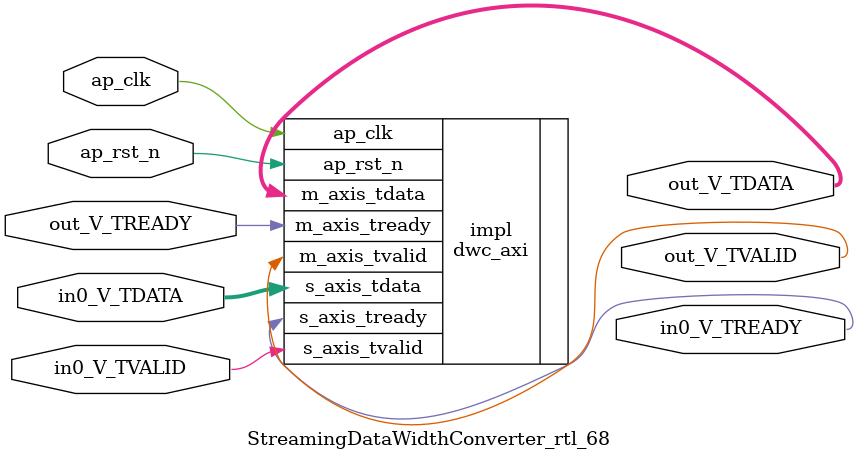
<source format=v>
/******************************************************************************
 * Copyright (C) 2023, Advanced Micro Devices, Inc.
 * All rights reserved.
 *
 * Redistribution and use in source and binary forms, with or without
 * modification, are permitted provided that the following conditions are met:
 *
 *  1. Redistributions of source code must retain the above copyright notice,
 *     this list of conditions and the following disclaimer.
 *
 *  2. Redistributions in binary form must reproduce the above copyright
 *     notice, this list of conditions and the following disclaimer in the
 *     documentation and/or other materials provided with the distribution.
 *
 *  3. Neither the name of the copyright holder nor the names of its
 *     contributors may be used to endorse or promote products derived from
 *     this software without specific prior written permission.
 *
 * THIS SOFTWARE IS PROVIDED BY THE COPYRIGHT HOLDERS AND CONTRIBUTORS "AS IS"
 * AND ANY EXPRESS OR IMPLIED WARRANTIES, INCLUDING, BUT NOT LIMITED TO,
 * THE IMPLIED WARRANTIES OF MERCHANTABILITY AND FITNESS FOR A PARTICULAR
 * PURPOSE ARE DISCLAIMED. IN NO EVENT SHALL THE COPYRIGHT HOLDER OR
 * CONTRIBUTORS BE LIABLE FOR ANY DIRECT, INDIRECT, INCIDENTAL, SPECIAL,
 * EXEMPLARY, OR CONSEQUENTIAL DAMAGES (INCLUDING, BUT NOT LIMITED TO,
 * PROCUREMENT OF SUBSTITUTE GOODS OR SERVICES; LOSS OF USE, DATA, OR PROFITS;
 * OR BUSINESS INTERRUPTION). HOWEVER CAUSED AND ON ANY THEORY OF LIABILITY,
 * WHETHER IN CONTRACT, STRICT LIABILITY, OR TORT (INCLUDING NEGLIGENCE OR
 * OTHERWISE) ARISING IN ANY WAY OUT OF THE USE OF THIS SOFTWARE, EVEN IF
 * ADVISED OF THE POSSIBILITY OF SUCH DAMAGE.
 *****************************************************************************/

module StreamingDataWidthConverter_rtl_68 #(
	parameter  IBITS = 320,
	parameter  OBITS = 5,

	parameter  AXI_IBITS = (IBITS+7)/8 * 8,
	parameter  AXI_OBITS = (OBITS+7)/8 * 8
)(
	//- Global Control ------------------
	(* X_INTERFACE_INFO = "xilinx.com:signal:clock:1.0 ap_clk CLK" *)
	(* X_INTERFACE_PARAMETER = "ASSOCIATED_BUSIF in0_V:out_V, ASSOCIATED_RESET ap_rst_n" *)
	input	ap_clk,
	(* X_INTERFACE_PARAMETER = "POLARITY ACTIVE_LOW" *)
	input	ap_rst_n,

	//- AXI Stream - Input --------------
	output	in0_V_TREADY,
	input	in0_V_TVALID,
	input	[AXI_IBITS-1:0]  in0_V_TDATA,

	//- AXI Stream - Output -------------
	input	out_V_TREADY,
	output	out_V_TVALID,
	output	[AXI_OBITS-1:0]  out_V_TDATA
);

	dwc_axi #(
		.IBITS(IBITS),
		.OBITS(OBITS)
	) impl (
		.ap_clk(ap_clk),
		.ap_rst_n(ap_rst_n),
		.s_axis_tready(in0_V_TREADY),
		.s_axis_tvalid(in0_V_TVALID),
		.s_axis_tdata(in0_V_TDATA),
		.m_axis_tready(out_V_TREADY),
		.m_axis_tvalid(out_V_TVALID),
		.m_axis_tdata(out_V_TDATA)
	);

endmodule

</source>
